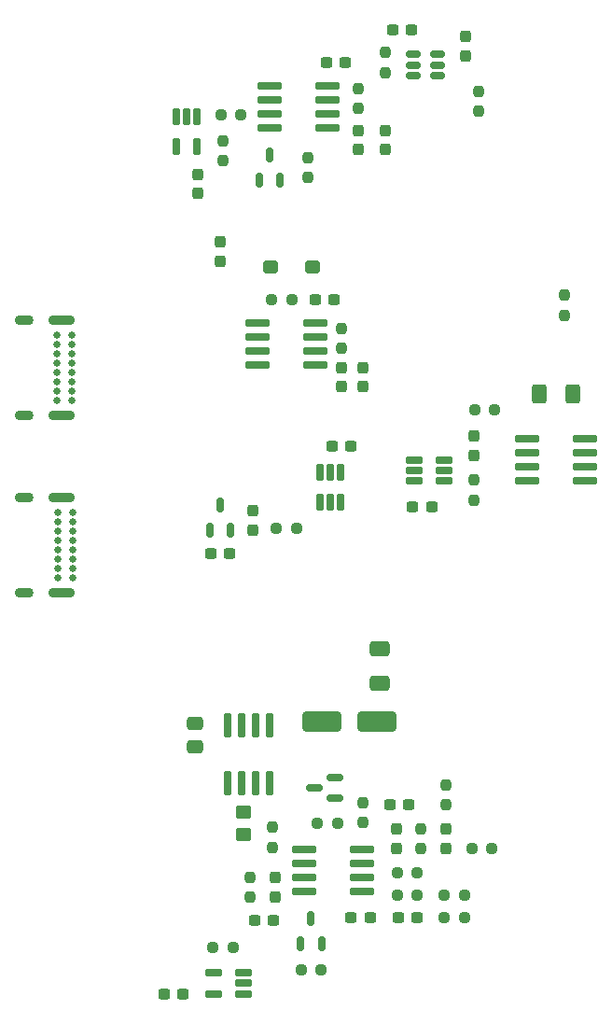
<source format=gbr>
%TF.GenerationSoftware,KiCad,Pcbnew,9.0.4*%
%TF.CreationDate,2025-09-04T23:05:58-07:00*%
%TF.ProjectId,PiTrac Pi Connector,50695472-6163-4205-9069-20436f6e6e65,rev?*%
%TF.SameCoordinates,Original*%
%TF.FileFunction,Paste,Top*%
%TF.FilePolarity,Positive*%
%FSLAX46Y46*%
G04 Gerber Fmt 4.6, Leading zero omitted, Abs format (unit mm)*
G04 Created by KiCad (PCBNEW 9.0.4) date 2025-09-04 23:05:58*
%MOMM*%
%LPD*%
G01*
G04 APERTURE LIST*
G04 Aperture macros list*
%AMRoundRect*
0 Rectangle with rounded corners*
0 $1 Rounding radius*
0 $2 $3 $4 $5 $6 $7 $8 $9 X,Y pos of 4 corners*
0 Add a 4 corners polygon primitive as box body*
4,1,4,$2,$3,$4,$5,$6,$7,$8,$9,$2,$3,0*
0 Add four circle primitives for the rounded corners*
1,1,$1+$1,$2,$3*
1,1,$1+$1,$4,$5*
1,1,$1+$1,$6,$7*
1,1,$1+$1,$8,$9*
0 Add four rect primitives between the rounded corners*
20,1,$1+$1,$2,$3,$4,$5,0*
20,1,$1+$1,$4,$5,$6,$7,0*
20,1,$1+$1,$6,$7,$8,$9,0*
20,1,$1+$1,$8,$9,$2,$3,0*%
G04 Aperture macros list end*
%ADD10RoundRect,0.162500X-0.162500X0.617500X-0.162500X-0.617500X0.162500X-0.617500X0.162500X0.617500X0*%
%ADD11C,0.654000*%
%ADD12O,2.400000X0.900000*%
%ADD13O,1.700000X0.900000*%
%ADD14RoundRect,0.150000X0.587500X0.150000X-0.587500X0.150000X-0.587500X-0.150000X0.587500X-0.150000X0*%
%ADD15RoundRect,0.237500X-0.237500X0.300000X-0.237500X-0.300000X0.237500X-0.300000X0.237500X0.300000X0*%
%ADD16RoundRect,0.237500X0.300000X0.237500X-0.300000X0.237500X-0.300000X-0.237500X0.300000X-0.237500X0*%
%ADD17RoundRect,0.237500X0.237500X-0.300000X0.237500X0.300000X-0.237500X0.300000X-0.237500X-0.300000X0*%
%ADD18RoundRect,0.250000X-0.475000X0.337500X-0.475000X-0.337500X0.475000X-0.337500X0.475000X0.337500X0*%
%ADD19RoundRect,0.237500X-0.250000X-0.237500X0.250000X-0.237500X0.250000X0.237500X-0.250000X0.237500X0*%
%ADD20RoundRect,0.237500X0.237500X-0.250000X0.237500X0.250000X-0.237500X0.250000X-0.237500X-0.250000X0*%
%ADD21RoundRect,0.237500X-0.237500X0.250000X-0.237500X-0.250000X0.237500X-0.250000X0.237500X0.250000X0*%
%ADD22RoundRect,0.237500X0.250000X0.237500X-0.250000X0.237500X-0.250000X-0.237500X0.250000X-0.237500X0*%
%ADD23RoundRect,0.150000X-0.512500X-0.150000X0.512500X-0.150000X0.512500X0.150000X-0.512500X0.150000X0*%
%ADD24RoundRect,0.150000X0.150000X-0.975000X0.150000X0.975000X-0.150000X0.975000X-0.150000X-0.975000X0*%
%ADD25RoundRect,0.150000X0.150000X-0.512500X0.150000X0.512500X-0.150000X0.512500X-0.150000X-0.512500X0*%
%ADD26RoundRect,0.237500X-0.300000X-0.237500X0.300000X-0.237500X0.300000X0.237500X-0.300000X0.237500X0*%
%ADD27RoundRect,0.300000X0.400000X0.300000X-0.400000X0.300000X-0.400000X-0.300000X0.400000X-0.300000X0*%
%ADD28RoundRect,0.250000X0.450000X-0.350000X0.450000X0.350000X-0.450000X0.350000X-0.450000X-0.350000X0*%
%ADD29RoundRect,0.250000X0.650000X-0.412500X0.650000X0.412500X-0.650000X0.412500X-0.650000X-0.412500X0*%
%ADD30RoundRect,0.150000X-0.975000X-0.150000X0.975000X-0.150000X0.975000X0.150000X-0.975000X0.150000X0*%
%ADD31RoundRect,0.162500X0.617500X0.162500X-0.617500X0.162500X-0.617500X-0.162500X0.617500X-0.162500X0*%
%ADD32RoundRect,0.150000X0.975000X0.150000X-0.975000X0.150000X-0.975000X-0.150000X0.975000X-0.150000X0*%
%ADD33RoundRect,0.250000X-0.400000X-0.625000X0.400000X-0.625000X0.400000X0.625000X-0.400000X0.625000X0*%
%ADD34RoundRect,0.250000X1.500000X0.650000X-1.500000X0.650000X-1.500000X-0.650000X1.500000X-0.650000X0*%
%ADD35RoundRect,0.162500X0.162500X-0.617500X0.162500X0.617500X-0.162500X0.617500X-0.162500X-0.617500X0*%
G04 APERTURE END LIST*
D10*
%TO.C,U7*%
X111400000Y-62900000D03*
X110450000Y-62900000D03*
X109500000Y-62900000D03*
X109500000Y-65600000D03*
X111400000Y-65600000D03*
%TD*%
D11*
%TO.C,J4*%
X100060000Y-82700000D03*
X100060000Y-83550000D03*
X100060000Y-84400000D03*
X100060000Y-85250000D03*
X100060000Y-86100000D03*
X100060000Y-86950000D03*
X100060000Y-87800000D03*
X100060000Y-88650000D03*
X98710000Y-88650000D03*
X98710000Y-87800000D03*
X98710000Y-86950000D03*
X98710000Y-86100000D03*
X98710000Y-85250000D03*
X98710000Y-84400000D03*
X98710000Y-83550000D03*
X98710000Y-82700000D03*
D12*
X99080000Y-81350000D03*
X99080000Y-90000000D03*
D13*
X95700000Y-81350000D03*
X95700000Y-90000000D03*
%TD*%
D14*
%TO.C,Q5*%
X123937500Y-124700000D03*
X123937500Y-122800000D03*
X122062500Y-123750000D03*
%TD*%
D15*
%TO.C,C23*%
X134000000Y-127525000D03*
X134000000Y-129250000D03*
%TD*%
%TO.C,C3*%
X128500000Y-64137500D03*
X128500000Y-65862500D03*
%TD*%
D16*
%TO.C,C27*%
X130862500Y-55000000D03*
X129137500Y-55000000D03*
%TD*%
D17*
%TO.C,C11*%
X116500000Y-100362500D03*
X116500000Y-98637500D03*
%TD*%
%TO.C,C26*%
X135750000Y-57362500D03*
X135750000Y-55637500D03*
%TD*%
D18*
%TO.C,C18*%
X111250000Y-117962500D03*
X111250000Y-120037500D03*
%TD*%
D19*
%TO.C,R15*%
X129587500Y-131500000D03*
X131412500Y-131500000D03*
%TD*%
D20*
%TO.C,R9*%
X136500000Y-97662500D03*
X136500000Y-95837500D03*
%TD*%
D21*
%TO.C,R4*%
X124500000Y-82087500D03*
X124500000Y-83912500D03*
%TD*%
D15*
%TO.C,C7*%
X126500000Y-85637500D03*
X126500000Y-87362500D03*
%TD*%
D17*
%TO.C,C22*%
X129500000Y-129250000D03*
X129500000Y-127525000D03*
%TD*%
D20*
%TO.C,R12*%
X116250000Y-133705000D03*
X116250000Y-131880000D03*
%TD*%
D22*
%TO.C,R27*%
X135662500Y-135500000D03*
X133837500Y-135500000D03*
%TD*%
D23*
%TO.C,U10*%
X131000000Y-57250000D03*
X131000000Y-58200000D03*
X131000000Y-59150000D03*
X133275000Y-59150000D03*
X133275000Y-58200000D03*
X133275000Y-57250000D03*
%TD*%
D16*
%TO.C,C16*%
X118362500Y-135750000D03*
X116637500Y-135750000D03*
%TD*%
D19*
%TO.C,R6*%
X118587500Y-100250000D03*
X120412500Y-100250000D03*
%TD*%
D24*
%TO.C,Q4*%
X114210000Y-123350000D03*
X115480000Y-123350000D03*
X116750000Y-123350000D03*
X118020000Y-123350000D03*
X118020000Y-118100000D03*
X116750000Y-118100000D03*
X115480000Y-118100000D03*
X114210000Y-118100000D03*
%TD*%
D25*
%TO.C,Q3*%
X120800000Y-137887500D03*
X122700000Y-137887500D03*
X121750000Y-135612500D03*
%TD*%
D26*
%TO.C,C21*%
X128887500Y-125250000D03*
X130612500Y-125250000D03*
%TD*%
D27*
%TO.C,D1*%
X121900000Y-76500000D03*
X118100000Y-76500000D03*
%TD*%
D21*
%TO.C,R24*%
X137000000Y-60587500D03*
X137000000Y-62412500D03*
%TD*%
D28*
%TO.C,R11*%
X115615000Y-128000000D03*
X115615000Y-126000000D03*
%TD*%
D16*
%TO.C,Z1*%
X131362500Y-135500000D03*
X129637500Y-135500000D03*
%TD*%
D20*
%TO.C,R21*%
X126500000Y-126912500D03*
X126500000Y-125087500D03*
%TD*%
D15*
%TO.C,C1*%
X126000000Y-64137500D03*
X126000000Y-65862500D03*
%TD*%
D19*
%TO.C,R23*%
X112837500Y-138250000D03*
X114662500Y-138250000D03*
%TD*%
D26*
%TO.C,C5*%
X122137500Y-79500000D03*
X123862500Y-79500000D03*
%TD*%
D19*
%TO.C,R14*%
X120837500Y-140250000D03*
X122662500Y-140250000D03*
%TD*%
D20*
%TO.C,R20*%
X113750000Y-66912500D03*
X113750000Y-65087500D03*
%TD*%
D25*
%TO.C,Q1*%
X117050000Y-68637500D03*
X118950000Y-68637500D03*
X118000000Y-66362500D03*
%TD*%
D19*
%TO.C,R22*%
X136337500Y-129250000D03*
X138162500Y-129250000D03*
%TD*%
D15*
%TO.C,C15*%
X118525000Y-131930000D03*
X118525000Y-133655000D03*
%TD*%
D11*
%TO.C,J3*%
X100100000Y-98775000D03*
X100100000Y-99625000D03*
X100100000Y-100475000D03*
X100100000Y-101325000D03*
X100100000Y-102175000D03*
X100100000Y-103025000D03*
X100100000Y-103875000D03*
X100100000Y-104725000D03*
X98750000Y-104725000D03*
X98750000Y-103875000D03*
X98750000Y-103025000D03*
X98750000Y-102175000D03*
X98750000Y-101325000D03*
X98750000Y-100475000D03*
X98750000Y-99625000D03*
X98750000Y-98775000D03*
D12*
X99120000Y-97425000D03*
X99120000Y-106075000D03*
D13*
X95740000Y-97425000D03*
X95740000Y-106075000D03*
%TD*%
D19*
%TO.C,R26*%
X133837500Y-133500000D03*
X135662500Y-133500000D03*
%TD*%
D26*
%TO.C,C20*%
X125387500Y-135500000D03*
X127112500Y-135500000D03*
%TD*%
D15*
%TO.C,C4*%
X113500000Y-74275000D03*
X113500000Y-76000000D03*
%TD*%
D20*
%TO.C,R13*%
X131750000Y-129300000D03*
X131750000Y-127475000D03*
%TD*%
D29*
%TO.C,C19*%
X128000000Y-114312500D03*
X128000000Y-111187500D03*
%TD*%
D15*
%TO.C,C13*%
X136500000Y-91887500D03*
X136500000Y-93612500D03*
%TD*%
D30*
%TO.C,Q2*%
X141375000Y-92095000D03*
X141375000Y-93365000D03*
X141375000Y-94635000D03*
X141375000Y-95905000D03*
X146625000Y-95905000D03*
X146625000Y-94635000D03*
X146625000Y-93365000D03*
X146625000Y-92095000D03*
%TD*%
D31*
%TO.C,U3*%
X133850000Y-95950000D03*
X133850000Y-95000000D03*
X133850000Y-94050000D03*
X131150000Y-94050000D03*
X131150000Y-95000000D03*
X131150000Y-95950000D03*
%TD*%
D25*
%TO.C,U2*%
X112550000Y-100387500D03*
X114450000Y-100387500D03*
X113500000Y-98112500D03*
%TD*%
D20*
%TO.C,R7*%
X144750000Y-80912500D03*
X144750000Y-79087500D03*
%TD*%
D22*
%TO.C,R8*%
X138412500Y-89500000D03*
X136587500Y-89500000D03*
%TD*%
%TO.C,R17*%
X124162500Y-127000000D03*
X122337500Y-127000000D03*
%TD*%
D30*
%TO.C,U6*%
X118025000Y-60095000D03*
X118025000Y-61365000D03*
X118025000Y-62635000D03*
X118025000Y-63905000D03*
X123275000Y-63905000D03*
X123275000Y-62635000D03*
X123275000Y-61365000D03*
X123275000Y-60095000D03*
%TD*%
D26*
%TO.C,C2*%
X123137500Y-58000000D03*
X124862500Y-58000000D03*
%TD*%
D16*
%TO.C,C25*%
X110112500Y-142500000D03*
X108387500Y-142500000D03*
%TD*%
D20*
%TO.C,R10*%
X118250000Y-129162500D03*
X118250000Y-127337500D03*
%TD*%
D32*
%TO.C,U1*%
X126400000Y-133197500D03*
X126400000Y-131927500D03*
X126400000Y-130657500D03*
X126400000Y-129387500D03*
X121150000Y-129387500D03*
X121150000Y-130657500D03*
X121150000Y-131927500D03*
X121150000Y-133197500D03*
%TD*%
D20*
%TO.C,R18*%
X134000000Y-125300000D03*
X134000000Y-123475000D03*
%TD*%
D33*
%TO.C,R5*%
X142450000Y-88000000D03*
X145550000Y-88000000D03*
%TD*%
D31*
%TO.C,U9*%
X115600000Y-142450000D03*
X115600000Y-141500000D03*
X115600000Y-140550000D03*
X112900000Y-140550000D03*
X112900000Y-142450000D03*
%TD*%
D20*
%TO.C,R25*%
X128500000Y-58912500D03*
X128500000Y-57087500D03*
%TD*%
D30*
%TO.C,U8*%
X116875000Y-81595000D03*
X116875000Y-82865000D03*
X116875000Y-84135000D03*
X116875000Y-85405000D03*
X122125000Y-85405000D03*
X122125000Y-84135000D03*
X122125000Y-82865000D03*
X122125000Y-81595000D03*
%TD*%
D15*
%TO.C,C9*%
X111500000Y-68137500D03*
X111500000Y-69862500D03*
%TD*%
D22*
%TO.C,R19*%
X115412500Y-62750000D03*
X113587500Y-62750000D03*
%TD*%
D20*
%TO.C,R2*%
X121500000Y-68412500D03*
X121500000Y-66587500D03*
%TD*%
D34*
%TO.C,D2*%
X127750000Y-117750000D03*
X122750000Y-117750000D03*
%TD*%
D22*
%TO.C,R3*%
X120000000Y-79500000D03*
X118175000Y-79500000D03*
%TD*%
D26*
%TO.C,C14*%
X123637500Y-92750000D03*
X125362500Y-92750000D03*
%TD*%
D15*
%TO.C,C6*%
X124500000Y-85637500D03*
X124500000Y-87362500D03*
%TD*%
D26*
%TO.C,C10*%
X112637500Y-102500000D03*
X114362500Y-102500000D03*
%TD*%
%TO.C,C12*%
X130987500Y-98250000D03*
X132712500Y-98250000D03*
%TD*%
D35*
%TO.C,U4*%
X122550000Y-97850000D03*
X123500000Y-97850000D03*
X124450000Y-97850000D03*
X124450000Y-95150000D03*
X123500000Y-95150000D03*
X122550000Y-95150000D03*
%TD*%
D22*
%TO.C,R16*%
X131412500Y-133500000D03*
X129587500Y-133500000D03*
%TD*%
D21*
%TO.C,R1*%
X126000000Y-60337500D03*
X126000000Y-62162500D03*
%TD*%
M02*

</source>
